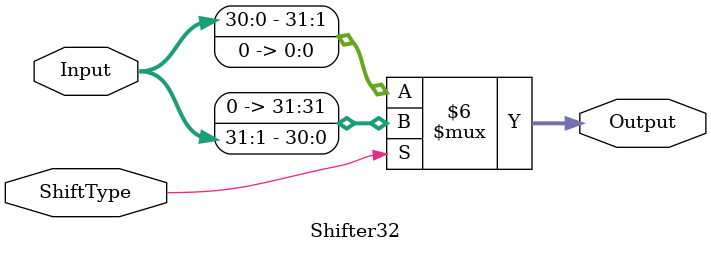
<source format=v>
`timescale 1ns / 1ps
module Shifter32 (
    input [31:0] Input,
    input ShiftType,      
    output reg [31:0] Output
);
    always @(*) begin
        if (ShiftType == 1'b0)
            Output = Input << 1;      
        else
            Output = Input >> 1;      
    end
endmodule

</source>
